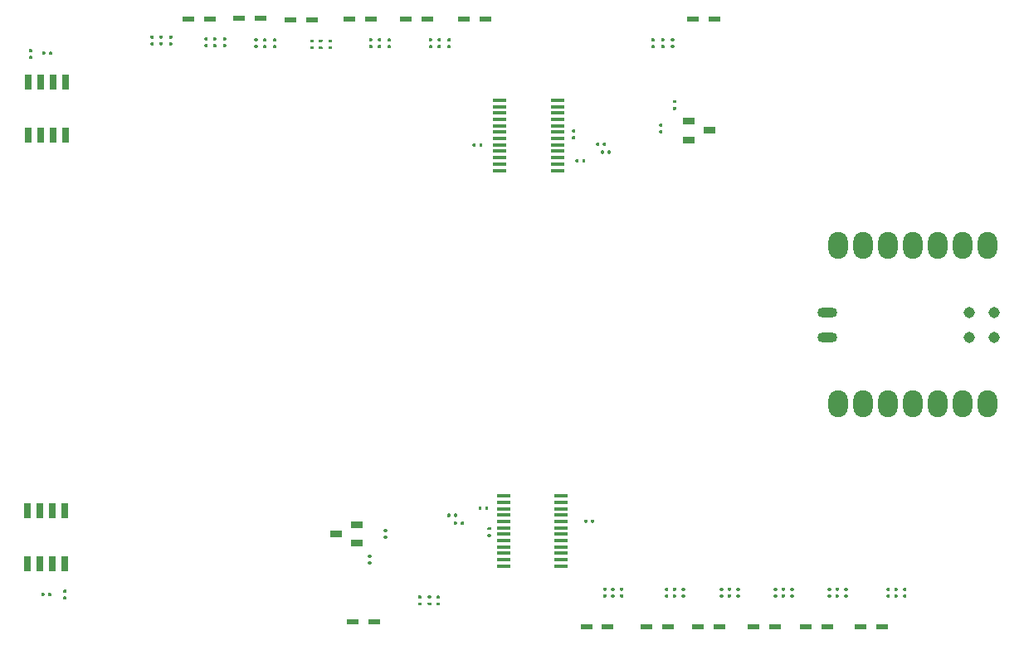
<source format=gbr>
G04 #@! TF.GenerationSoftware,KiCad,Pcbnew,(5.1.10)-1*
G04 #@! TF.CreationDate,2021-08-13T13:47:00+01:00*
G04 #@! TF.ProjectId,DataAqBoardV1.1,44617461-4171-4426-9f61-726456312e31,rev?*
G04 #@! TF.SameCoordinates,Original*
G04 #@! TF.FileFunction,Paste,Top*
G04 #@! TF.FilePolarity,Positive*
%FSLAX46Y46*%
G04 Gerber Fmt 4.6, Leading zero omitted, Abs format (unit mm)*
G04 Created by KiCad (PCBNEW (5.1.10)-1) date 2021-08-13 13:47:00*
%MOMM*%
%LPD*%
G01*
G04 APERTURE LIST*
%ADD10R,1.250000X0.650000*%
%ADD11R,0.650000X1.525000*%
%ADD12R,1.475000X0.450000*%
%ADD13O,1.998980X2.748280*%
%ADD14O,2.032000X1.016000*%
%ADD15C,1.143000*%
%ADD16R,1.250000X0.550000*%
G04 APERTURE END LIST*
G04 #@! TO.C,C1*
G36*
G01*
X165099500Y-77096000D02*
X165300500Y-77096000D01*
G75*
G02*
X165380000Y-77175500I0J-79500D01*
G01*
X165380000Y-77334500D01*
G75*
G02*
X165300500Y-77414000I-79500J0D01*
G01*
X165099500Y-77414000D01*
G75*
G02*
X165020000Y-77334500I0J79500D01*
G01*
X165020000Y-77175500D01*
G75*
G02*
X165099500Y-77096000I79500J0D01*
G01*
G37*
G36*
G01*
X165099500Y-77786000D02*
X165300500Y-77786000D01*
G75*
G02*
X165380000Y-77865500I0J-79500D01*
G01*
X165380000Y-78024500D01*
G75*
G02*
X165300500Y-78104000I-79500J0D01*
G01*
X165099500Y-78104000D01*
G75*
G02*
X165020000Y-78024500I0J79500D01*
G01*
X165020000Y-77865500D01*
G75*
G02*
X165099500Y-77786000I79500J0D01*
G01*
G37*
G04 #@! TD*
G04 #@! TO.C,C2*
G36*
G01*
X163900500Y-79814000D02*
X163699500Y-79814000D01*
G75*
G02*
X163620000Y-79734500I0J79500D01*
G01*
X163620000Y-79575500D01*
G75*
G02*
X163699500Y-79496000I79500J0D01*
G01*
X163900500Y-79496000D01*
G75*
G02*
X163980000Y-79575500I0J-79500D01*
G01*
X163980000Y-79734500D01*
G75*
G02*
X163900500Y-79814000I-79500J0D01*
G01*
G37*
G36*
G01*
X163900500Y-80504000D02*
X163699500Y-80504000D01*
G75*
G02*
X163620000Y-80424500I0J79500D01*
G01*
X163620000Y-80265500D01*
G75*
G02*
X163699500Y-80186000I79500J0D01*
G01*
X163900500Y-80186000D01*
G75*
G02*
X163980000Y-80265500I0J-79500D01*
G01*
X163980000Y-80424500D01*
G75*
G02*
X163900500Y-80504000I-79500J0D01*
G01*
G37*
G04 #@! TD*
G04 #@! TO.C,C3*
G36*
G01*
X102899500Y-127096000D02*
X103100500Y-127096000D01*
G75*
G02*
X103180000Y-127175500I0J-79500D01*
G01*
X103180000Y-127334500D01*
G75*
G02*
X103100500Y-127414000I-79500J0D01*
G01*
X102899500Y-127414000D01*
G75*
G02*
X102820000Y-127334500I0J79500D01*
G01*
X102820000Y-127175500D01*
G75*
G02*
X102899500Y-127096000I79500J0D01*
G01*
G37*
G36*
G01*
X102899500Y-127786000D02*
X103100500Y-127786000D01*
G75*
G02*
X103180000Y-127865500I0J-79500D01*
G01*
X103180000Y-128024500D01*
G75*
G02*
X103100500Y-128104000I-79500J0D01*
G01*
X102899500Y-128104000D01*
G75*
G02*
X102820000Y-128024500I0J79500D01*
G01*
X102820000Y-127865500D01*
G75*
G02*
X102899500Y-127786000I79500J0D01*
G01*
G37*
G04 #@! TD*
G04 #@! TO.C,C4*
G36*
G01*
X99600500Y-72214000D02*
X99399500Y-72214000D01*
G75*
G02*
X99320000Y-72134500I0J79500D01*
G01*
X99320000Y-71975500D01*
G75*
G02*
X99399500Y-71896000I79500J0D01*
G01*
X99600500Y-71896000D01*
G75*
G02*
X99680000Y-71975500I0J-79500D01*
G01*
X99680000Y-72134500D01*
G75*
G02*
X99600500Y-72214000I-79500J0D01*
G01*
G37*
G36*
G01*
X99600500Y-72904000D02*
X99399500Y-72904000D01*
G75*
G02*
X99320000Y-72824500I0J79500D01*
G01*
X99320000Y-72665500D01*
G75*
G02*
X99399500Y-72586000I79500J0D01*
G01*
X99600500Y-72586000D01*
G75*
G02*
X99680000Y-72665500I0J-79500D01*
G01*
X99680000Y-72824500D01*
G75*
G02*
X99600500Y-72904000I-79500J0D01*
G01*
G37*
G04 #@! TD*
G04 #@! TO.C,C5*
G36*
G01*
X158386000Y-82500500D02*
X158386000Y-82299500D01*
G75*
G02*
X158465500Y-82220000I79500J0D01*
G01*
X158624500Y-82220000D01*
G75*
G02*
X158704000Y-82299500I0J-79500D01*
G01*
X158704000Y-82500500D01*
G75*
G02*
X158624500Y-82580000I-79500J0D01*
G01*
X158465500Y-82580000D01*
G75*
G02*
X158386000Y-82500500I0J79500D01*
G01*
G37*
G36*
G01*
X157696000Y-82500500D02*
X157696000Y-82299500D01*
G75*
G02*
X157775500Y-82220000I79500J0D01*
G01*
X157934500Y-82220000D01*
G75*
G02*
X158014000Y-82299500I0J-79500D01*
G01*
X158014000Y-82500500D01*
G75*
G02*
X157934500Y-82580000I-79500J0D01*
G01*
X157775500Y-82580000D01*
G75*
G02*
X157696000Y-82500500I0J79500D01*
G01*
G37*
G04 #@! TD*
G04 #@! TO.C,C6*
G36*
G01*
X157886000Y-81700500D02*
X157886000Y-81499500D01*
G75*
G02*
X157965500Y-81420000I79500J0D01*
G01*
X158124500Y-81420000D01*
G75*
G02*
X158204000Y-81499500I0J-79500D01*
G01*
X158204000Y-81700500D01*
G75*
G02*
X158124500Y-81780000I-79500J0D01*
G01*
X157965500Y-81780000D01*
G75*
G02*
X157886000Y-81700500I0J79500D01*
G01*
G37*
G36*
G01*
X157196000Y-81700500D02*
X157196000Y-81499500D01*
G75*
G02*
X157275500Y-81420000I79500J0D01*
G01*
X157434500Y-81420000D01*
G75*
G02*
X157514000Y-81499500I0J-79500D01*
G01*
X157514000Y-81700500D01*
G75*
G02*
X157434500Y-81780000I-79500J0D01*
G01*
X157275500Y-81780000D01*
G75*
G02*
X157196000Y-81700500I0J79500D01*
G01*
G37*
G04 #@! TD*
G04 #@! TO.C,C7*
G36*
G01*
X163100500Y-71804000D02*
X162899500Y-71804000D01*
G75*
G02*
X162820000Y-71724500I0J79500D01*
G01*
X162820000Y-71565500D01*
G75*
G02*
X162899500Y-71486000I79500J0D01*
G01*
X163100500Y-71486000D01*
G75*
G02*
X163180000Y-71565500I0J-79500D01*
G01*
X163180000Y-71724500D01*
G75*
G02*
X163100500Y-71804000I-79500J0D01*
G01*
G37*
G36*
G01*
X163100500Y-71114000D02*
X162899500Y-71114000D01*
G75*
G02*
X162820000Y-71034500I0J79500D01*
G01*
X162820000Y-70875500D01*
G75*
G02*
X162899500Y-70796000I79500J0D01*
G01*
X163100500Y-70796000D01*
G75*
G02*
X163180000Y-70875500I0J-79500D01*
G01*
X163180000Y-71034500D01*
G75*
G02*
X163100500Y-71114000I-79500J0D01*
G01*
G37*
G04 #@! TD*
G04 #@! TO.C,C8*
G36*
G01*
X117500500Y-71704000D02*
X117299500Y-71704000D01*
G75*
G02*
X117220000Y-71624500I0J79500D01*
G01*
X117220000Y-71465500D01*
G75*
G02*
X117299500Y-71386000I79500J0D01*
G01*
X117500500Y-71386000D01*
G75*
G02*
X117580000Y-71465500I0J-79500D01*
G01*
X117580000Y-71624500D01*
G75*
G02*
X117500500Y-71704000I-79500J0D01*
G01*
G37*
G36*
G01*
X117500500Y-71014000D02*
X117299500Y-71014000D01*
G75*
G02*
X117220000Y-70934500I0J79500D01*
G01*
X117220000Y-70775500D01*
G75*
G02*
X117299500Y-70696000I79500J0D01*
G01*
X117500500Y-70696000D01*
G75*
G02*
X117580000Y-70775500I0J-79500D01*
G01*
X117580000Y-70934500D01*
G75*
G02*
X117500500Y-71014000I-79500J0D01*
G01*
G37*
G04 #@! TD*
G04 #@! TO.C,C9*
G36*
G01*
X122600500Y-71114000D02*
X122399500Y-71114000D01*
G75*
G02*
X122320000Y-71034500I0J79500D01*
G01*
X122320000Y-70875500D01*
G75*
G02*
X122399500Y-70796000I79500J0D01*
G01*
X122600500Y-70796000D01*
G75*
G02*
X122680000Y-70875500I0J-79500D01*
G01*
X122680000Y-71034500D01*
G75*
G02*
X122600500Y-71114000I-79500J0D01*
G01*
G37*
G36*
G01*
X122600500Y-71804000D02*
X122399500Y-71804000D01*
G75*
G02*
X122320000Y-71724500I0J79500D01*
G01*
X122320000Y-71565500D01*
G75*
G02*
X122399500Y-71486000I79500J0D01*
G01*
X122600500Y-71486000D01*
G75*
G02*
X122680000Y-71565500I0J-79500D01*
G01*
X122680000Y-71724500D01*
G75*
G02*
X122600500Y-71804000I-79500J0D01*
G01*
G37*
G04 #@! TD*
G04 #@! TO.C,C10*
G36*
G01*
X128300500Y-71904000D02*
X128099500Y-71904000D01*
G75*
G02*
X128020000Y-71824500I0J79500D01*
G01*
X128020000Y-71665500D01*
G75*
G02*
X128099500Y-71586000I79500J0D01*
G01*
X128300500Y-71586000D01*
G75*
G02*
X128380000Y-71665500I0J-79500D01*
G01*
X128380000Y-71824500D01*
G75*
G02*
X128300500Y-71904000I-79500J0D01*
G01*
G37*
G36*
G01*
X128300500Y-71214000D02*
X128099500Y-71214000D01*
G75*
G02*
X128020000Y-71134500I0J79500D01*
G01*
X128020000Y-70975500D01*
G75*
G02*
X128099500Y-70896000I79500J0D01*
G01*
X128300500Y-70896000D01*
G75*
G02*
X128380000Y-70975500I0J-79500D01*
G01*
X128380000Y-71134500D01*
G75*
G02*
X128300500Y-71214000I-79500J0D01*
G01*
G37*
G04 #@! TD*
G04 #@! TO.C,C11*
G36*
G01*
X134300500Y-71114000D02*
X134099500Y-71114000D01*
G75*
G02*
X134020000Y-71034500I0J79500D01*
G01*
X134020000Y-70875500D01*
G75*
G02*
X134099500Y-70796000I79500J0D01*
G01*
X134300500Y-70796000D01*
G75*
G02*
X134380000Y-70875500I0J-79500D01*
G01*
X134380000Y-71034500D01*
G75*
G02*
X134300500Y-71114000I-79500J0D01*
G01*
G37*
G36*
G01*
X134300500Y-71804000D02*
X134099500Y-71804000D01*
G75*
G02*
X134020000Y-71724500I0J79500D01*
G01*
X134020000Y-71565500D01*
G75*
G02*
X134099500Y-71486000I79500J0D01*
G01*
X134300500Y-71486000D01*
G75*
G02*
X134380000Y-71565500I0J-79500D01*
G01*
X134380000Y-71724500D01*
G75*
G02*
X134300500Y-71804000I-79500J0D01*
G01*
G37*
G04 #@! TD*
G04 #@! TO.C,C12*
G36*
G01*
X140400500Y-71804000D02*
X140199500Y-71804000D01*
G75*
G02*
X140120000Y-71724500I0J79500D01*
G01*
X140120000Y-71565500D01*
G75*
G02*
X140199500Y-71486000I79500J0D01*
G01*
X140400500Y-71486000D01*
G75*
G02*
X140480000Y-71565500I0J-79500D01*
G01*
X140480000Y-71724500D01*
G75*
G02*
X140400500Y-71804000I-79500J0D01*
G01*
G37*
G36*
G01*
X140400500Y-71114000D02*
X140199500Y-71114000D01*
G75*
G02*
X140120000Y-71034500I0J79500D01*
G01*
X140120000Y-70875500D01*
G75*
G02*
X140199500Y-70796000I79500J0D01*
G01*
X140400500Y-70796000D01*
G75*
G02*
X140480000Y-70875500I0J-79500D01*
G01*
X140480000Y-71034500D01*
G75*
G02*
X140400500Y-71114000I-79500J0D01*
G01*
G37*
G04 #@! TD*
G04 #@! TO.C,C13*
G36*
G01*
X112000500Y-70814000D02*
X111799500Y-70814000D01*
G75*
G02*
X111720000Y-70734500I0J79500D01*
G01*
X111720000Y-70575500D01*
G75*
G02*
X111799500Y-70496000I79500J0D01*
G01*
X112000500Y-70496000D01*
G75*
G02*
X112080000Y-70575500I0J-79500D01*
G01*
X112080000Y-70734500D01*
G75*
G02*
X112000500Y-70814000I-79500J0D01*
G01*
G37*
G36*
G01*
X112000500Y-71504000D02*
X111799500Y-71504000D01*
G75*
G02*
X111720000Y-71424500I0J79500D01*
G01*
X111720000Y-71265500D01*
G75*
G02*
X111799500Y-71186000I79500J0D01*
G01*
X112000500Y-71186000D01*
G75*
G02*
X112080000Y-71265500I0J-79500D01*
G01*
X112080000Y-71424500D01*
G75*
G02*
X112000500Y-71504000I-79500J0D01*
G01*
G37*
G04 #@! TD*
G04 #@! TO.C,C14*
G36*
G01*
X143004000Y-119399500D02*
X143004000Y-119600500D01*
G75*
G02*
X142924500Y-119680000I-79500J0D01*
G01*
X142765500Y-119680000D01*
G75*
G02*
X142686000Y-119600500I0J79500D01*
G01*
X142686000Y-119399500D01*
G75*
G02*
X142765500Y-119320000I79500J0D01*
G01*
X142924500Y-119320000D01*
G75*
G02*
X143004000Y-119399500I0J-79500D01*
G01*
G37*
G36*
G01*
X142314000Y-119399500D02*
X142314000Y-119600500D01*
G75*
G02*
X142234500Y-119680000I-79500J0D01*
G01*
X142075500Y-119680000D01*
G75*
G02*
X141996000Y-119600500I0J79500D01*
G01*
X141996000Y-119399500D01*
G75*
G02*
X142075500Y-119320000I79500J0D01*
G01*
X142234500Y-119320000D01*
G75*
G02*
X142314000Y-119399500I0J-79500D01*
G01*
G37*
G04 #@! TD*
G04 #@! TO.C,C15*
G36*
G01*
X143704000Y-120199500D02*
X143704000Y-120400500D01*
G75*
G02*
X143624500Y-120480000I-79500J0D01*
G01*
X143465500Y-120480000D01*
G75*
G02*
X143386000Y-120400500I0J79500D01*
G01*
X143386000Y-120199500D01*
G75*
G02*
X143465500Y-120120000I79500J0D01*
G01*
X143624500Y-120120000D01*
G75*
G02*
X143704000Y-120199500I0J-79500D01*
G01*
G37*
G36*
G01*
X143014000Y-120199500D02*
X143014000Y-120400500D01*
G75*
G02*
X142934500Y-120480000I-79500J0D01*
G01*
X142775500Y-120480000D01*
G75*
G02*
X142696000Y-120400500I0J79500D01*
G01*
X142696000Y-120199500D01*
G75*
G02*
X142775500Y-120120000I79500J0D01*
G01*
X142934500Y-120120000D01*
G75*
G02*
X143014000Y-120199500I0J-79500D01*
G01*
G37*
G04 #@! TD*
G04 #@! TO.C,C16*
G36*
G01*
X140999500Y-127696000D02*
X141200500Y-127696000D01*
G75*
G02*
X141280000Y-127775500I0J-79500D01*
G01*
X141280000Y-127934500D01*
G75*
G02*
X141200500Y-128014000I-79500J0D01*
G01*
X140999500Y-128014000D01*
G75*
G02*
X140920000Y-127934500I0J79500D01*
G01*
X140920000Y-127775500D01*
G75*
G02*
X140999500Y-127696000I79500J0D01*
G01*
G37*
G36*
G01*
X140999500Y-128386000D02*
X141200500Y-128386000D01*
G75*
G02*
X141280000Y-128465500I0J-79500D01*
G01*
X141280000Y-128624500D01*
G75*
G02*
X141200500Y-128704000I-79500J0D01*
G01*
X140999500Y-128704000D01*
G75*
G02*
X140920000Y-128624500I0J79500D01*
G01*
X140920000Y-128465500D01*
G75*
G02*
X140999500Y-128386000I79500J0D01*
G01*
G37*
G04 #@! TD*
G04 #@! TO.C,C17*
G36*
G01*
X180899500Y-126896000D02*
X181100500Y-126896000D01*
G75*
G02*
X181180000Y-126975500I0J-79500D01*
G01*
X181180000Y-127134500D01*
G75*
G02*
X181100500Y-127214000I-79500J0D01*
G01*
X180899500Y-127214000D01*
G75*
G02*
X180820000Y-127134500I0J79500D01*
G01*
X180820000Y-126975500D01*
G75*
G02*
X180899500Y-126896000I79500J0D01*
G01*
G37*
G36*
G01*
X180899500Y-127586000D02*
X181100500Y-127586000D01*
G75*
G02*
X181180000Y-127665500I0J-79500D01*
G01*
X181180000Y-127824500D01*
G75*
G02*
X181100500Y-127904000I-79500J0D01*
G01*
X180899500Y-127904000D01*
G75*
G02*
X180820000Y-127824500I0J79500D01*
G01*
X180820000Y-127665500D01*
G75*
G02*
X180899500Y-127586000I79500J0D01*
G01*
G37*
G04 #@! TD*
G04 #@! TO.C,C18*
G36*
G01*
X175399500Y-126896000D02*
X175600500Y-126896000D01*
G75*
G02*
X175680000Y-126975500I0J-79500D01*
G01*
X175680000Y-127134500D01*
G75*
G02*
X175600500Y-127214000I-79500J0D01*
G01*
X175399500Y-127214000D01*
G75*
G02*
X175320000Y-127134500I0J79500D01*
G01*
X175320000Y-126975500D01*
G75*
G02*
X175399500Y-126896000I79500J0D01*
G01*
G37*
G36*
G01*
X175399500Y-127586000D02*
X175600500Y-127586000D01*
G75*
G02*
X175680000Y-127665500I0J-79500D01*
G01*
X175680000Y-127824500D01*
G75*
G02*
X175600500Y-127904000I-79500J0D01*
G01*
X175399500Y-127904000D01*
G75*
G02*
X175320000Y-127824500I0J79500D01*
G01*
X175320000Y-127665500D01*
G75*
G02*
X175399500Y-127586000I79500J0D01*
G01*
G37*
G04 #@! TD*
G04 #@! TO.C,C19*
G36*
G01*
X169899500Y-127586000D02*
X170100500Y-127586000D01*
G75*
G02*
X170180000Y-127665500I0J-79500D01*
G01*
X170180000Y-127824500D01*
G75*
G02*
X170100500Y-127904000I-79500J0D01*
G01*
X169899500Y-127904000D01*
G75*
G02*
X169820000Y-127824500I0J79500D01*
G01*
X169820000Y-127665500D01*
G75*
G02*
X169899500Y-127586000I79500J0D01*
G01*
G37*
G36*
G01*
X169899500Y-126896000D02*
X170100500Y-126896000D01*
G75*
G02*
X170180000Y-126975500I0J-79500D01*
G01*
X170180000Y-127134500D01*
G75*
G02*
X170100500Y-127214000I-79500J0D01*
G01*
X169899500Y-127214000D01*
G75*
G02*
X169820000Y-127134500I0J79500D01*
G01*
X169820000Y-126975500D01*
G75*
G02*
X169899500Y-126896000I79500J0D01*
G01*
G37*
G04 #@! TD*
G04 #@! TO.C,C20*
G36*
G01*
X164299500Y-127586000D02*
X164500500Y-127586000D01*
G75*
G02*
X164580000Y-127665500I0J-79500D01*
G01*
X164580000Y-127824500D01*
G75*
G02*
X164500500Y-127904000I-79500J0D01*
G01*
X164299500Y-127904000D01*
G75*
G02*
X164220000Y-127824500I0J79500D01*
G01*
X164220000Y-127665500D01*
G75*
G02*
X164299500Y-127586000I79500J0D01*
G01*
G37*
G36*
G01*
X164299500Y-126896000D02*
X164500500Y-126896000D01*
G75*
G02*
X164580000Y-126975500I0J-79500D01*
G01*
X164580000Y-127134500D01*
G75*
G02*
X164500500Y-127214000I-79500J0D01*
G01*
X164299500Y-127214000D01*
G75*
G02*
X164220000Y-127134500I0J79500D01*
G01*
X164220000Y-126975500D01*
G75*
G02*
X164299500Y-126896000I79500J0D01*
G01*
G37*
G04 #@! TD*
G04 #@! TO.C,C21*
G36*
G01*
X157999500Y-127586000D02*
X158200500Y-127586000D01*
G75*
G02*
X158280000Y-127665500I0J-79500D01*
G01*
X158280000Y-127824500D01*
G75*
G02*
X158200500Y-127904000I-79500J0D01*
G01*
X157999500Y-127904000D01*
G75*
G02*
X157920000Y-127824500I0J79500D01*
G01*
X157920000Y-127665500D01*
G75*
G02*
X157999500Y-127586000I79500J0D01*
G01*
G37*
G36*
G01*
X157999500Y-126896000D02*
X158200500Y-126896000D01*
G75*
G02*
X158280000Y-126975500I0J-79500D01*
G01*
X158280000Y-127134500D01*
G75*
G02*
X158200500Y-127214000I-79500J0D01*
G01*
X157999500Y-127214000D01*
G75*
G02*
X157920000Y-127134500I0J79500D01*
G01*
X157920000Y-126975500D01*
G75*
G02*
X157999500Y-126896000I79500J0D01*
G01*
G37*
G04 #@! TD*
G04 #@! TO.C,C22*
G36*
G01*
X186899500Y-127586000D02*
X187100500Y-127586000D01*
G75*
G02*
X187180000Y-127665500I0J-79500D01*
G01*
X187180000Y-127824500D01*
G75*
G02*
X187100500Y-127904000I-79500J0D01*
G01*
X186899500Y-127904000D01*
G75*
G02*
X186820000Y-127824500I0J79500D01*
G01*
X186820000Y-127665500D01*
G75*
G02*
X186899500Y-127586000I79500J0D01*
G01*
G37*
G36*
G01*
X186899500Y-126896000D02*
X187100500Y-126896000D01*
G75*
G02*
X187180000Y-126975500I0J-79500D01*
G01*
X187180000Y-127134500D01*
G75*
G02*
X187100500Y-127214000I-79500J0D01*
G01*
X186899500Y-127214000D01*
G75*
G02*
X186820000Y-127134500I0J79500D01*
G01*
X186820000Y-126975500D01*
G75*
G02*
X186899500Y-126896000I79500J0D01*
G01*
G37*
G04 #@! TD*
D10*
G04 #@! TO.C,IC1*
X166650000Y-79240000D03*
X166650000Y-81160000D03*
X168750000Y-80200000D03*
G04 #@! TD*
D11*
G04 #@! TO.C,IC2*
X99195000Y-124412000D03*
X100465000Y-124412000D03*
X101735000Y-124412000D03*
X103005000Y-124412000D03*
X103005000Y-118988000D03*
X101735000Y-118988000D03*
X100465000Y-118988000D03*
X99195000Y-118988000D03*
G04 #@! TD*
G04 #@! TO.C,IC3*
X103105000Y-80712000D03*
X101835000Y-80712000D03*
X100565000Y-80712000D03*
X99295000Y-80712000D03*
X99295000Y-75288000D03*
X100565000Y-75288000D03*
X101835000Y-75288000D03*
X103105000Y-75288000D03*
G04 #@! TD*
D12*
G04 #@! TO.C,IC4*
X153238000Y-77125000D03*
X153238000Y-77775000D03*
X153238000Y-78425000D03*
X153238000Y-79075000D03*
X153238000Y-79725000D03*
X153238000Y-80375000D03*
X153238000Y-81025000D03*
X153238000Y-81675000D03*
X153238000Y-82325000D03*
X153238000Y-82975000D03*
X153238000Y-83625000D03*
X153238000Y-84275000D03*
X147362000Y-84275000D03*
X147362000Y-83625000D03*
X147362000Y-82975000D03*
X147362000Y-82325000D03*
X147362000Y-81675000D03*
X147362000Y-81025000D03*
X147362000Y-80375000D03*
X147362000Y-79725000D03*
X147362000Y-79075000D03*
X147362000Y-78425000D03*
X147362000Y-77775000D03*
X147362000Y-77125000D03*
G04 #@! TD*
G04 #@! TO.C,IC5*
X153638000Y-124675000D03*
X153638000Y-124025000D03*
X153638000Y-123375000D03*
X153638000Y-122725000D03*
X153638000Y-122075000D03*
X153638000Y-121425000D03*
X153638000Y-120775000D03*
X153638000Y-120125000D03*
X153638000Y-119475000D03*
X153638000Y-118825000D03*
X153638000Y-118175000D03*
X153638000Y-117525000D03*
X147762000Y-117525000D03*
X147762000Y-118175000D03*
X147762000Y-118825000D03*
X147762000Y-119475000D03*
X147762000Y-120125000D03*
X147762000Y-120775000D03*
X147762000Y-121425000D03*
X147762000Y-122075000D03*
X147762000Y-122725000D03*
X147762000Y-123375000D03*
X147762000Y-124025000D03*
X147762000Y-124675000D03*
G04 #@! TD*
G04 #@! TO.C,R1*
G36*
G01*
X155096000Y-83400500D02*
X155096000Y-83199500D01*
G75*
G02*
X155175500Y-83120000I79500J0D01*
G01*
X155334500Y-83120000D01*
G75*
G02*
X155414000Y-83199500I0J-79500D01*
G01*
X155414000Y-83400500D01*
G75*
G02*
X155334500Y-83480000I-79500J0D01*
G01*
X155175500Y-83480000D01*
G75*
G02*
X155096000Y-83400500I0J79500D01*
G01*
G37*
G36*
G01*
X155786000Y-83400500D02*
X155786000Y-83199500D01*
G75*
G02*
X155865500Y-83120000I79500J0D01*
G01*
X156024500Y-83120000D01*
G75*
G02*
X156104000Y-83199500I0J-79500D01*
G01*
X156104000Y-83400500D01*
G75*
G02*
X156024500Y-83480000I-79500J0D01*
G01*
X155865500Y-83480000D01*
G75*
G02*
X155786000Y-83400500I0J79500D01*
G01*
G37*
G04 #@! TD*
G04 #@! TO.C,R2*
G36*
G01*
X164100500Y-71114000D02*
X163899500Y-71114000D01*
G75*
G02*
X163820000Y-71034500I0J79500D01*
G01*
X163820000Y-70875500D01*
G75*
G02*
X163899500Y-70796000I79500J0D01*
G01*
X164100500Y-70796000D01*
G75*
G02*
X164180000Y-70875500I0J-79500D01*
G01*
X164180000Y-71034500D01*
G75*
G02*
X164100500Y-71114000I-79500J0D01*
G01*
G37*
G36*
G01*
X164100500Y-71804000D02*
X163899500Y-71804000D01*
G75*
G02*
X163820000Y-71724500I0J79500D01*
G01*
X163820000Y-71565500D01*
G75*
G02*
X163899500Y-71486000I79500J0D01*
G01*
X164100500Y-71486000D01*
G75*
G02*
X164180000Y-71565500I0J-79500D01*
G01*
X164180000Y-71724500D01*
G75*
G02*
X164100500Y-71804000I-79500J0D01*
G01*
G37*
G04 #@! TD*
G04 #@! TO.C,R3*
G36*
G01*
X164899500Y-71486000D02*
X165100500Y-71486000D01*
G75*
G02*
X165180000Y-71565500I0J-79500D01*
G01*
X165180000Y-71724500D01*
G75*
G02*
X165100500Y-71804000I-79500J0D01*
G01*
X164899500Y-71804000D01*
G75*
G02*
X164820000Y-71724500I0J79500D01*
G01*
X164820000Y-71565500D01*
G75*
G02*
X164899500Y-71486000I79500J0D01*
G01*
G37*
G36*
G01*
X164899500Y-70796000D02*
X165100500Y-70796000D01*
G75*
G02*
X165180000Y-70875500I0J-79500D01*
G01*
X165180000Y-71034500D01*
G75*
G02*
X165100500Y-71114000I-79500J0D01*
G01*
X164899500Y-71114000D01*
G75*
G02*
X164820000Y-71034500I0J79500D01*
G01*
X164820000Y-70875500D01*
G75*
G02*
X164899500Y-70796000I79500J0D01*
G01*
G37*
G04 #@! TD*
G04 #@! TO.C,R4*
G36*
G01*
X119199500Y-71386000D02*
X119400500Y-71386000D01*
G75*
G02*
X119480000Y-71465500I0J-79500D01*
G01*
X119480000Y-71624500D01*
G75*
G02*
X119400500Y-71704000I-79500J0D01*
G01*
X119199500Y-71704000D01*
G75*
G02*
X119120000Y-71624500I0J79500D01*
G01*
X119120000Y-71465500D01*
G75*
G02*
X119199500Y-71386000I79500J0D01*
G01*
G37*
G36*
G01*
X119199500Y-70696000D02*
X119400500Y-70696000D01*
G75*
G02*
X119480000Y-70775500I0J-79500D01*
G01*
X119480000Y-70934500D01*
G75*
G02*
X119400500Y-71014000I-79500J0D01*
G01*
X119199500Y-71014000D01*
G75*
G02*
X119120000Y-70934500I0J79500D01*
G01*
X119120000Y-70775500D01*
G75*
G02*
X119199500Y-70696000I79500J0D01*
G01*
G37*
G04 #@! TD*
G04 #@! TO.C,R5*
G36*
G01*
X118400500Y-71704000D02*
X118199500Y-71704000D01*
G75*
G02*
X118120000Y-71624500I0J79500D01*
G01*
X118120000Y-71465500D01*
G75*
G02*
X118199500Y-71386000I79500J0D01*
G01*
X118400500Y-71386000D01*
G75*
G02*
X118480000Y-71465500I0J-79500D01*
G01*
X118480000Y-71624500D01*
G75*
G02*
X118400500Y-71704000I-79500J0D01*
G01*
G37*
G36*
G01*
X118400500Y-71014000D02*
X118199500Y-71014000D01*
G75*
G02*
X118120000Y-70934500I0J79500D01*
G01*
X118120000Y-70775500D01*
G75*
G02*
X118199500Y-70696000I79500J0D01*
G01*
X118400500Y-70696000D01*
G75*
G02*
X118480000Y-70775500I0J-79500D01*
G01*
X118480000Y-70934500D01*
G75*
G02*
X118400500Y-71014000I-79500J0D01*
G01*
G37*
G04 #@! TD*
G04 #@! TO.C,R6*
G36*
G01*
X124299500Y-70796000D02*
X124500500Y-70796000D01*
G75*
G02*
X124580000Y-70875500I0J-79500D01*
G01*
X124580000Y-71034500D01*
G75*
G02*
X124500500Y-71114000I-79500J0D01*
G01*
X124299500Y-71114000D01*
G75*
G02*
X124220000Y-71034500I0J79500D01*
G01*
X124220000Y-70875500D01*
G75*
G02*
X124299500Y-70796000I79500J0D01*
G01*
G37*
G36*
G01*
X124299500Y-71486000D02*
X124500500Y-71486000D01*
G75*
G02*
X124580000Y-71565500I0J-79500D01*
G01*
X124580000Y-71724500D01*
G75*
G02*
X124500500Y-71804000I-79500J0D01*
G01*
X124299500Y-71804000D01*
G75*
G02*
X124220000Y-71724500I0J79500D01*
G01*
X124220000Y-71565500D01*
G75*
G02*
X124299500Y-71486000I79500J0D01*
G01*
G37*
G04 #@! TD*
G04 #@! TO.C,R7*
G36*
G01*
X123500500Y-71804000D02*
X123299500Y-71804000D01*
G75*
G02*
X123220000Y-71724500I0J79500D01*
G01*
X123220000Y-71565500D01*
G75*
G02*
X123299500Y-71486000I79500J0D01*
G01*
X123500500Y-71486000D01*
G75*
G02*
X123580000Y-71565500I0J-79500D01*
G01*
X123580000Y-71724500D01*
G75*
G02*
X123500500Y-71804000I-79500J0D01*
G01*
G37*
G36*
G01*
X123500500Y-71114000D02*
X123299500Y-71114000D01*
G75*
G02*
X123220000Y-71034500I0J79500D01*
G01*
X123220000Y-70875500D01*
G75*
G02*
X123299500Y-70796000I79500J0D01*
G01*
X123500500Y-70796000D01*
G75*
G02*
X123580000Y-70875500I0J-79500D01*
G01*
X123580000Y-71034500D01*
G75*
G02*
X123500500Y-71114000I-79500J0D01*
G01*
G37*
G04 #@! TD*
G04 #@! TO.C,R8*
G36*
G01*
X129999500Y-70896000D02*
X130200500Y-70896000D01*
G75*
G02*
X130280000Y-70975500I0J-79500D01*
G01*
X130280000Y-71134500D01*
G75*
G02*
X130200500Y-71214000I-79500J0D01*
G01*
X129999500Y-71214000D01*
G75*
G02*
X129920000Y-71134500I0J79500D01*
G01*
X129920000Y-70975500D01*
G75*
G02*
X129999500Y-70896000I79500J0D01*
G01*
G37*
G36*
G01*
X129999500Y-71586000D02*
X130200500Y-71586000D01*
G75*
G02*
X130280000Y-71665500I0J-79500D01*
G01*
X130280000Y-71824500D01*
G75*
G02*
X130200500Y-71904000I-79500J0D01*
G01*
X129999500Y-71904000D01*
G75*
G02*
X129920000Y-71824500I0J79500D01*
G01*
X129920000Y-71665500D01*
G75*
G02*
X129999500Y-71586000I79500J0D01*
G01*
G37*
G04 #@! TD*
G04 #@! TO.C,R9*
G36*
G01*
X129200500Y-71214000D02*
X128999500Y-71214000D01*
G75*
G02*
X128920000Y-71134500I0J79500D01*
G01*
X128920000Y-70975500D01*
G75*
G02*
X128999500Y-70896000I79500J0D01*
G01*
X129200500Y-70896000D01*
G75*
G02*
X129280000Y-70975500I0J-79500D01*
G01*
X129280000Y-71134500D01*
G75*
G02*
X129200500Y-71214000I-79500J0D01*
G01*
G37*
G36*
G01*
X129200500Y-71904000D02*
X128999500Y-71904000D01*
G75*
G02*
X128920000Y-71824500I0J79500D01*
G01*
X128920000Y-71665500D01*
G75*
G02*
X128999500Y-71586000I79500J0D01*
G01*
X129200500Y-71586000D01*
G75*
G02*
X129280000Y-71665500I0J-79500D01*
G01*
X129280000Y-71824500D01*
G75*
G02*
X129200500Y-71904000I-79500J0D01*
G01*
G37*
G04 #@! TD*
G04 #@! TO.C,R10*
G36*
G01*
X135999500Y-70796000D02*
X136200500Y-70796000D01*
G75*
G02*
X136280000Y-70875500I0J-79500D01*
G01*
X136280000Y-71034500D01*
G75*
G02*
X136200500Y-71114000I-79500J0D01*
G01*
X135999500Y-71114000D01*
G75*
G02*
X135920000Y-71034500I0J79500D01*
G01*
X135920000Y-70875500D01*
G75*
G02*
X135999500Y-70796000I79500J0D01*
G01*
G37*
G36*
G01*
X135999500Y-71486000D02*
X136200500Y-71486000D01*
G75*
G02*
X136280000Y-71565500I0J-79500D01*
G01*
X136280000Y-71724500D01*
G75*
G02*
X136200500Y-71804000I-79500J0D01*
G01*
X135999500Y-71804000D01*
G75*
G02*
X135920000Y-71724500I0J79500D01*
G01*
X135920000Y-71565500D01*
G75*
G02*
X135999500Y-71486000I79500J0D01*
G01*
G37*
G04 #@! TD*
G04 #@! TO.C,R11*
G36*
G01*
X135200500Y-71114000D02*
X134999500Y-71114000D01*
G75*
G02*
X134920000Y-71034500I0J79500D01*
G01*
X134920000Y-70875500D01*
G75*
G02*
X134999500Y-70796000I79500J0D01*
G01*
X135200500Y-70796000D01*
G75*
G02*
X135280000Y-70875500I0J-79500D01*
G01*
X135280000Y-71034500D01*
G75*
G02*
X135200500Y-71114000I-79500J0D01*
G01*
G37*
G36*
G01*
X135200500Y-71804000D02*
X134999500Y-71804000D01*
G75*
G02*
X134920000Y-71724500I0J79500D01*
G01*
X134920000Y-71565500D01*
G75*
G02*
X134999500Y-71486000I79500J0D01*
G01*
X135200500Y-71486000D01*
G75*
G02*
X135280000Y-71565500I0J-79500D01*
G01*
X135280000Y-71724500D01*
G75*
G02*
X135200500Y-71804000I-79500J0D01*
G01*
G37*
G04 #@! TD*
G04 #@! TO.C,R12*
G36*
G01*
X142099500Y-71486000D02*
X142300500Y-71486000D01*
G75*
G02*
X142380000Y-71565500I0J-79500D01*
G01*
X142380000Y-71724500D01*
G75*
G02*
X142300500Y-71804000I-79500J0D01*
G01*
X142099500Y-71804000D01*
G75*
G02*
X142020000Y-71724500I0J79500D01*
G01*
X142020000Y-71565500D01*
G75*
G02*
X142099500Y-71486000I79500J0D01*
G01*
G37*
G36*
G01*
X142099500Y-70796000D02*
X142300500Y-70796000D01*
G75*
G02*
X142380000Y-70875500I0J-79500D01*
G01*
X142380000Y-71034500D01*
G75*
G02*
X142300500Y-71114000I-79500J0D01*
G01*
X142099500Y-71114000D01*
G75*
G02*
X142020000Y-71034500I0J79500D01*
G01*
X142020000Y-70875500D01*
G75*
G02*
X142099500Y-70796000I79500J0D01*
G01*
G37*
G04 #@! TD*
G04 #@! TO.C,R13*
G36*
G01*
X141300500Y-71114000D02*
X141099500Y-71114000D01*
G75*
G02*
X141020000Y-71034500I0J79500D01*
G01*
X141020000Y-70875500D01*
G75*
G02*
X141099500Y-70796000I79500J0D01*
G01*
X141300500Y-70796000D01*
G75*
G02*
X141380000Y-70875500I0J-79500D01*
G01*
X141380000Y-71034500D01*
G75*
G02*
X141300500Y-71114000I-79500J0D01*
G01*
G37*
G36*
G01*
X141300500Y-71804000D02*
X141099500Y-71804000D01*
G75*
G02*
X141020000Y-71724500I0J79500D01*
G01*
X141020000Y-71565500D01*
G75*
G02*
X141099500Y-71486000I79500J0D01*
G01*
X141300500Y-71486000D01*
G75*
G02*
X141380000Y-71565500I0J-79500D01*
G01*
X141380000Y-71724500D01*
G75*
G02*
X141300500Y-71804000I-79500J0D01*
G01*
G37*
G04 #@! TD*
G04 #@! TO.C,R14*
G36*
G01*
X113699500Y-70496000D02*
X113900500Y-70496000D01*
G75*
G02*
X113980000Y-70575500I0J-79500D01*
G01*
X113980000Y-70734500D01*
G75*
G02*
X113900500Y-70814000I-79500J0D01*
G01*
X113699500Y-70814000D01*
G75*
G02*
X113620000Y-70734500I0J79500D01*
G01*
X113620000Y-70575500D01*
G75*
G02*
X113699500Y-70496000I79500J0D01*
G01*
G37*
G36*
G01*
X113699500Y-71186000D02*
X113900500Y-71186000D01*
G75*
G02*
X113980000Y-71265500I0J-79500D01*
G01*
X113980000Y-71424500D01*
G75*
G02*
X113900500Y-71504000I-79500J0D01*
G01*
X113699500Y-71504000D01*
G75*
G02*
X113620000Y-71424500I0J79500D01*
G01*
X113620000Y-71265500D01*
G75*
G02*
X113699500Y-71186000I79500J0D01*
G01*
G37*
G04 #@! TD*
G04 #@! TO.C,R15*
G36*
G01*
X112900500Y-71504000D02*
X112699500Y-71504000D01*
G75*
G02*
X112620000Y-71424500I0J79500D01*
G01*
X112620000Y-71265500D01*
G75*
G02*
X112699500Y-71186000I79500J0D01*
G01*
X112900500Y-71186000D01*
G75*
G02*
X112980000Y-71265500I0J-79500D01*
G01*
X112980000Y-71424500D01*
G75*
G02*
X112900500Y-71504000I-79500J0D01*
G01*
G37*
G36*
G01*
X112900500Y-70814000D02*
X112699500Y-70814000D01*
G75*
G02*
X112620000Y-70734500I0J79500D01*
G01*
X112620000Y-70575500D01*
G75*
G02*
X112699500Y-70496000I79500J0D01*
G01*
X112900500Y-70496000D01*
G75*
G02*
X112980000Y-70575500I0J-79500D01*
G01*
X112980000Y-70734500D01*
G75*
G02*
X112900500Y-70814000I-79500J0D01*
G01*
G37*
G04 #@! TD*
G04 #@! TO.C,R16*
G36*
G01*
X146204000Y-118699500D02*
X146204000Y-118900500D01*
G75*
G02*
X146124500Y-118980000I-79500J0D01*
G01*
X145965500Y-118980000D01*
G75*
G02*
X145886000Y-118900500I0J79500D01*
G01*
X145886000Y-118699500D01*
G75*
G02*
X145965500Y-118620000I79500J0D01*
G01*
X146124500Y-118620000D01*
G75*
G02*
X146204000Y-118699500I0J-79500D01*
G01*
G37*
G36*
G01*
X145514000Y-118699500D02*
X145514000Y-118900500D01*
G75*
G02*
X145434500Y-118980000I-79500J0D01*
G01*
X145275500Y-118980000D01*
G75*
G02*
X145196000Y-118900500I0J79500D01*
G01*
X145196000Y-118699500D01*
G75*
G02*
X145275500Y-118620000I79500J0D01*
G01*
X145434500Y-118620000D01*
G75*
G02*
X145514000Y-118699500I0J-79500D01*
G01*
G37*
G04 #@! TD*
G04 #@! TO.C,R17*
G36*
G01*
X140099500Y-128386000D02*
X140300500Y-128386000D01*
G75*
G02*
X140380000Y-128465500I0J-79500D01*
G01*
X140380000Y-128624500D01*
G75*
G02*
X140300500Y-128704000I-79500J0D01*
G01*
X140099500Y-128704000D01*
G75*
G02*
X140020000Y-128624500I0J79500D01*
G01*
X140020000Y-128465500D01*
G75*
G02*
X140099500Y-128386000I79500J0D01*
G01*
G37*
G36*
G01*
X140099500Y-127696000D02*
X140300500Y-127696000D01*
G75*
G02*
X140380000Y-127775500I0J-79500D01*
G01*
X140380000Y-127934500D01*
G75*
G02*
X140300500Y-128014000I-79500J0D01*
G01*
X140099500Y-128014000D01*
G75*
G02*
X140020000Y-127934500I0J79500D01*
G01*
X140020000Y-127775500D01*
G75*
G02*
X140099500Y-127696000I79500J0D01*
G01*
G37*
G04 #@! TD*
G04 #@! TO.C,R18*
G36*
G01*
X139300500Y-128014000D02*
X139099500Y-128014000D01*
G75*
G02*
X139020000Y-127934500I0J79500D01*
G01*
X139020000Y-127775500D01*
G75*
G02*
X139099500Y-127696000I79500J0D01*
G01*
X139300500Y-127696000D01*
G75*
G02*
X139380000Y-127775500I0J-79500D01*
G01*
X139380000Y-127934500D01*
G75*
G02*
X139300500Y-128014000I-79500J0D01*
G01*
G37*
G36*
G01*
X139300500Y-128704000D02*
X139099500Y-128704000D01*
G75*
G02*
X139020000Y-128624500I0J79500D01*
G01*
X139020000Y-128465500D01*
G75*
G02*
X139099500Y-128386000I79500J0D01*
G01*
X139300500Y-128386000D01*
G75*
G02*
X139380000Y-128465500I0J-79500D01*
G01*
X139380000Y-128624500D01*
G75*
G02*
X139300500Y-128704000I-79500J0D01*
G01*
G37*
G04 #@! TD*
G04 #@! TO.C,R19*
G36*
G01*
X182800500Y-127214000D02*
X182599500Y-127214000D01*
G75*
G02*
X182520000Y-127134500I0J79500D01*
G01*
X182520000Y-126975500D01*
G75*
G02*
X182599500Y-126896000I79500J0D01*
G01*
X182800500Y-126896000D01*
G75*
G02*
X182880000Y-126975500I0J-79500D01*
G01*
X182880000Y-127134500D01*
G75*
G02*
X182800500Y-127214000I-79500J0D01*
G01*
G37*
G36*
G01*
X182800500Y-127904000D02*
X182599500Y-127904000D01*
G75*
G02*
X182520000Y-127824500I0J79500D01*
G01*
X182520000Y-127665500D01*
G75*
G02*
X182599500Y-127586000I79500J0D01*
G01*
X182800500Y-127586000D01*
G75*
G02*
X182880000Y-127665500I0J-79500D01*
G01*
X182880000Y-127824500D01*
G75*
G02*
X182800500Y-127904000I-79500J0D01*
G01*
G37*
G04 #@! TD*
G04 #@! TO.C,R20*
G36*
G01*
X181699500Y-126896000D02*
X181900500Y-126896000D01*
G75*
G02*
X181980000Y-126975500I0J-79500D01*
G01*
X181980000Y-127134500D01*
G75*
G02*
X181900500Y-127214000I-79500J0D01*
G01*
X181699500Y-127214000D01*
G75*
G02*
X181620000Y-127134500I0J79500D01*
G01*
X181620000Y-126975500D01*
G75*
G02*
X181699500Y-126896000I79500J0D01*
G01*
G37*
G36*
G01*
X181699500Y-127586000D02*
X181900500Y-127586000D01*
G75*
G02*
X181980000Y-127665500I0J-79500D01*
G01*
X181980000Y-127824500D01*
G75*
G02*
X181900500Y-127904000I-79500J0D01*
G01*
X181699500Y-127904000D01*
G75*
G02*
X181620000Y-127824500I0J79500D01*
G01*
X181620000Y-127665500D01*
G75*
G02*
X181699500Y-127586000I79500J0D01*
G01*
G37*
G04 #@! TD*
G04 #@! TO.C,R21*
G36*
G01*
X177300500Y-127904000D02*
X177099500Y-127904000D01*
G75*
G02*
X177020000Y-127824500I0J79500D01*
G01*
X177020000Y-127665500D01*
G75*
G02*
X177099500Y-127586000I79500J0D01*
G01*
X177300500Y-127586000D01*
G75*
G02*
X177380000Y-127665500I0J-79500D01*
G01*
X177380000Y-127824500D01*
G75*
G02*
X177300500Y-127904000I-79500J0D01*
G01*
G37*
G36*
G01*
X177300500Y-127214000D02*
X177099500Y-127214000D01*
G75*
G02*
X177020000Y-127134500I0J79500D01*
G01*
X177020000Y-126975500D01*
G75*
G02*
X177099500Y-126896000I79500J0D01*
G01*
X177300500Y-126896000D01*
G75*
G02*
X177380000Y-126975500I0J-79500D01*
G01*
X177380000Y-127134500D01*
G75*
G02*
X177300500Y-127214000I-79500J0D01*
G01*
G37*
G04 #@! TD*
G04 #@! TO.C,R22*
G36*
G01*
X176199500Y-126896000D02*
X176400500Y-126896000D01*
G75*
G02*
X176480000Y-126975500I0J-79500D01*
G01*
X176480000Y-127134500D01*
G75*
G02*
X176400500Y-127214000I-79500J0D01*
G01*
X176199500Y-127214000D01*
G75*
G02*
X176120000Y-127134500I0J79500D01*
G01*
X176120000Y-126975500D01*
G75*
G02*
X176199500Y-126896000I79500J0D01*
G01*
G37*
G36*
G01*
X176199500Y-127586000D02*
X176400500Y-127586000D01*
G75*
G02*
X176480000Y-127665500I0J-79500D01*
G01*
X176480000Y-127824500D01*
G75*
G02*
X176400500Y-127904000I-79500J0D01*
G01*
X176199500Y-127904000D01*
G75*
G02*
X176120000Y-127824500I0J79500D01*
G01*
X176120000Y-127665500D01*
G75*
G02*
X176199500Y-127586000I79500J0D01*
G01*
G37*
G04 #@! TD*
G04 #@! TO.C,R23*
G36*
G01*
X171800500Y-127214000D02*
X171599500Y-127214000D01*
G75*
G02*
X171520000Y-127134500I0J79500D01*
G01*
X171520000Y-126975500D01*
G75*
G02*
X171599500Y-126896000I79500J0D01*
G01*
X171800500Y-126896000D01*
G75*
G02*
X171880000Y-126975500I0J-79500D01*
G01*
X171880000Y-127134500D01*
G75*
G02*
X171800500Y-127214000I-79500J0D01*
G01*
G37*
G36*
G01*
X171800500Y-127904000D02*
X171599500Y-127904000D01*
G75*
G02*
X171520000Y-127824500I0J79500D01*
G01*
X171520000Y-127665500D01*
G75*
G02*
X171599500Y-127586000I79500J0D01*
G01*
X171800500Y-127586000D01*
G75*
G02*
X171880000Y-127665500I0J-79500D01*
G01*
X171880000Y-127824500D01*
G75*
G02*
X171800500Y-127904000I-79500J0D01*
G01*
G37*
G04 #@! TD*
G04 #@! TO.C,R24*
G36*
G01*
X170699500Y-127586000D02*
X170900500Y-127586000D01*
G75*
G02*
X170980000Y-127665500I0J-79500D01*
G01*
X170980000Y-127824500D01*
G75*
G02*
X170900500Y-127904000I-79500J0D01*
G01*
X170699500Y-127904000D01*
G75*
G02*
X170620000Y-127824500I0J79500D01*
G01*
X170620000Y-127665500D01*
G75*
G02*
X170699500Y-127586000I79500J0D01*
G01*
G37*
G36*
G01*
X170699500Y-126896000D02*
X170900500Y-126896000D01*
G75*
G02*
X170980000Y-126975500I0J-79500D01*
G01*
X170980000Y-127134500D01*
G75*
G02*
X170900500Y-127214000I-79500J0D01*
G01*
X170699500Y-127214000D01*
G75*
G02*
X170620000Y-127134500I0J79500D01*
G01*
X170620000Y-126975500D01*
G75*
G02*
X170699500Y-126896000I79500J0D01*
G01*
G37*
G04 #@! TD*
G04 #@! TO.C,R25*
G36*
G01*
X166200500Y-127904000D02*
X165999500Y-127904000D01*
G75*
G02*
X165920000Y-127824500I0J79500D01*
G01*
X165920000Y-127665500D01*
G75*
G02*
X165999500Y-127586000I79500J0D01*
G01*
X166200500Y-127586000D01*
G75*
G02*
X166280000Y-127665500I0J-79500D01*
G01*
X166280000Y-127824500D01*
G75*
G02*
X166200500Y-127904000I-79500J0D01*
G01*
G37*
G36*
G01*
X166200500Y-127214000D02*
X165999500Y-127214000D01*
G75*
G02*
X165920000Y-127134500I0J79500D01*
G01*
X165920000Y-126975500D01*
G75*
G02*
X165999500Y-126896000I79500J0D01*
G01*
X166200500Y-126896000D01*
G75*
G02*
X166280000Y-126975500I0J-79500D01*
G01*
X166280000Y-127134500D01*
G75*
G02*
X166200500Y-127214000I-79500J0D01*
G01*
G37*
G04 #@! TD*
G04 #@! TO.C,R26*
G36*
G01*
X165099500Y-126896000D02*
X165300500Y-126896000D01*
G75*
G02*
X165380000Y-126975500I0J-79500D01*
G01*
X165380000Y-127134500D01*
G75*
G02*
X165300500Y-127214000I-79500J0D01*
G01*
X165099500Y-127214000D01*
G75*
G02*
X165020000Y-127134500I0J79500D01*
G01*
X165020000Y-126975500D01*
G75*
G02*
X165099500Y-126896000I79500J0D01*
G01*
G37*
G36*
G01*
X165099500Y-127586000D02*
X165300500Y-127586000D01*
G75*
G02*
X165380000Y-127665500I0J-79500D01*
G01*
X165380000Y-127824500D01*
G75*
G02*
X165300500Y-127904000I-79500J0D01*
G01*
X165099500Y-127904000D01*
G75*
G02*
X165020000Y-127824500I0J79500D01*
G01*
X165020000Y-127665500D01*
G75*
G02*
X165099500Y-127586000I79500J0D01*
G01*
G37*
G04 #@! TD*
G04 #@! TO.C,R27*
G36*
G01*
X159900500Y-127214000D02*
X159699500Y-127214000D01*
G75*
G02*
X159620000Y-127134500I0J79500D01*
G01*
X159620000Y-126975500D01*
G75*
G02*
X159699500Y-126896000I79500J0D01*
G01*
X159900500Y-126896000D01*
G75*
G02*
X159980000Y-126975500I0J-79500D01*
G01*
X159980000Y-127134500D01*
G75*
G02*
X159900500Y-127214000I-79500J0D01*
G01*
G37*
G36*
G01*
X159900500Y-127904000D02*
X159699500Y-127904000D01*
G75*
G02*
X159620000Y-127824500I0J79500D01*
G01*
X159620000Y-127665500D01*
G75*
G02*
X159699500Y-127586000I79500J0D01*
G01*
X159900500Y-127586000D01*
G75*
G02*
X159980000Y-127665500I0J-79500D01*
G01*
X159980000Y-127824500D01*
G75*
G02*
X159900500Y-127904000I-79500J0D01*
G01*
G37*
G04 #@! TD*
G04 #@! TO.C,R28*
G36*
G01*
X158799500Y-127586000D02*
X159000500Y-127586000D01*
G75*
G02*
X159080000Y-127665500I0J-79500D01*
G01*
X159080000Y-127824500D01*
G75*
G02*
X159000500Y-127904000I-79500J0D01*
G01*
X158799500Y-127904000D01*
G75*
G02*
X158720000Y-127824500I0J79500D01*
G01*
X158720000Y-127665500D01*
G75*
G02*
X158799500Y-127586000I79500J0D01*
G01*
G37*
G36*
G01*
X158799500Y-126896000D02*
X159000500Y-126896000D01*
G75*
G02*
X159080000Y-126975500I0J-79500D01*
G01*
X159080000Y-127134500D01*
G75*
G02*
X159000500Y-127214000I-79500J0D01*
G01*
X158799500Y-127214000D01*
G75*
G02*
X158720000Y-127134500I0J79500D01*
G01*
X158720000Y-126975500D01*
G75*
G02*
X158799500Y-126896000I79500J0D01*
G01*
G37*
G04 #@! TD*
G04 #@! TO.C,R29*
G36*
G01*
X188800500Y-127904000D02*
X188599500Y-127904000D01*
G75*
G02*
X188520000Y-127824500I0J79500D01*
G01*
X188520000Y-127665500D01*
G75*
G02*
X188599500Y-127586000I79500J0D01*
G01*
X188800500Y-127586000D01*
G75*
G02*
X188880000Y-127665500I0J-79500D01*
G01*
X188880000Y-127824500D01*
G75*
G02*
X188800500Y-127904000I-79500J0D01*
G01*
G37*
G36*
G01*
X188800500Y-127214000D02*
X188599500Y-127214000D01*
G75*
G02*
X188520000Y-127134500I0J79500D01*
G01*
X188520000Y-126975500D01*
G75*
G02*
X188599500Y-126896000I79500J0D01*
G01*
X188800500Y-126896000D01*
G75*
G02*
X188880000Y-126975500I0J-79500D01*
G01*
X188880000Y-127134500D01*
G75*
G02*
X188800500Y-127214000I-79500J0D01*
G01*
G37*
G04 #@! TD*
G04 #@! TO.C,R30*
G36*
G01*
X187699500Y-127586000D02*
X187900500Y-127586000D01*
G75*
G02*
X187980000Y-127665500I0J-79500D01*
G01*
X187980000Y-127824500D01*
G75*
G02*
X187900500Y-127904000I-79500J0D01*
G01*
X187699500Y-127904000D01*
G75*
G02*
X187620000Y-127824500I0J79500D01*
G01*
X187620000Y-127665500D01*
G75*
G02*
X187699500Y-127586000I79500J0D01*
G01*
G37*
G36*
G01*
X187699500Y-126896000D02*
X187900500Y-126896000D01*
G75*
G02*
X187980000Y-126975500I0J-79500D01*
G01*
X187980000Y-127134500D01*
G75*
G02*
X187900500Y-127214000I-79500J0D01*
G01*
X187699500Y-127214000D01*
G75*
G02*
X187620000Y-127134500I0J79500D01*
G01*
X187620000Y-126975500D01*
G75*
G02*
X187699500Y-126896000I79500J0D01*
G01*
G37*
G04 #@! TD*
D13*
G04 #@! TO.C,U1*
X197117820Y-108097680D03*
X194577820Y-108097680D03*
X192037820Y-108097680D03*
X189497820Y-108097680D03*
X186957820Y-108097680D03*
X184417820Y-108097680D03*
X181877820Y-108097680D03*
X181877820Y-91933120D03*
X184417820Y-91933120D03*
X186957820Y-91933120D03*
X189497820Y-91933120D03*
X192037820Y-91933120D03*
X194577820Y-91933120D03*
X197117820Y-91933120D03*
D14*
X180800000Y-98800000D03*
X180800000Y-101350000D03*
D15*
X197804187Y-98798803D03*
X197804187Y-101338803D03*
X195264187Y-98798803D03*
X195264187Y-101338803D03*
G04 #@! TD*
G04 #@! TO.C,C23*
G36*
G01*
X134200500Y-124504000D02*
X133999500Y-124504000D01*
G75*
G02*
X133920000Y-124424500I0J79500D01*
G01*
X133920000Y-124265500D01*
G75*
G02*
X133999500Y-124186000I79500J0D01*
G01*
X134200500Y-124186000D01*
G75*
G02*
X134280000Y-124265500I0J-79500D01*
G01*
X134280000Y-124424500D01*
G75*
G02*
X134200500Y-124504000I-79500J0D01*
G01*
G37*
G36*
G01*
X134200500Y-123814000D02*
X133999500Y-123814000D01*
G75*
G02*
X133920000Y-123734500I0J79500D01*
G01*
X133920000Y-123575500D01*
G75*
G02*
X133999500Y-123496000I79500J0D01*
G01*
X134200500Y-123496000D01*
G75*
G02*
X134280000Y-123575500I0J-79500D01*
G01*
X134280000Y-123734500D01*
G75*
G02*
X134200500Y-123814000I-79500J0D01*
G01*
G37*
G04 #@! TD*
G04 #@! TO.C,C24*
G36*
G01*
X135599500Y-121586000D02*
X135800500Y-121586000D01*
G75*
G02*
X135880000Y-121665500I0J-79500D01*
G01*
X135880000Y-121824500D01*
G75*
G02*
X135800500Y-121904000I-79500J0D01*
G01*
X135599500Y-121904000D01*
G75*
G02*
X135520000Y-121824500I0J79500D01*
G01*
X135520000Y-121665500D01*
G75*
G02*
X135599500Y-121586000I79500J0D01*
G01*
G37*
G36*
G01*
X135599500Y-120896000D02*
X135800500Y-120896000D01*
G75*
G02*
X135880000Y-120975500I0J-79500D01*
G01*
X135880000Y-121134500D01*
G75*
G02*
X135800500Y-121214000I-79500J0D01*
G01*
X135599500Y-121214000D01*
G75*
G02*
X135520000Y-121134500I0J79500D01*
G01*
X135520000Y-120975500D01*
G75*
G02*
X135599500Y-120896000I79500J0D01*
G01*
G37*
G04 #@! TD*
D10*
G04 #@! TO.C,IC6*
X132750000Y-122360000D03*
X132750000Y-120440000D03*
X130650000Y-121400000D03*
G04 #@! TD*
D16*
G04 #@! TO.C,D1*
X167100000Y-68800000D03*
X169300000Y-68800000D03*
G04 #@! TD*
G04 #@! TO.C,D2*
X123000000Y-68700000D03*
X120800000Y-68700000D03*
G04 #@! TD*
G04 #@! TO.C,D3*
X126000000Y-68900000D03*
X128200000Y-68900000D03*
G04 #@! TD*
G04 #@! TO.C,D4*
X134200000Y-68800000D03*
X132000000Y-68800000D03*
G04 #@! TD*
G04 #@! TO.C,D5*
X137800000Y-68800000D03*
X140000000Y-68800000D03*
G04 #@! TD*
G04 #@! TO.C,D6*
X145900000Y-68800000D03*
X143700000Y-68800000D03*
G04 #@! TD*
G04 #@! TO.C,D7*
X115600000Y-68800000D03*
X117800000Y-68800000D03*
G04 #@! TD*
G04 #@! TO.C,D8*
X132400000Y-130400000D03*
X134600000Y-130400000D03*
G04 #@! TD*
G04 #@! TO.C,D9*
X180800000Y-130900000D03*
X178600000Y-130900000D03*
G04 #@! TD*
G04 #@! TO.C,D10*
X173300000Y-130900000D03*
X175500000Y-130900000D03*
G04 #@! TD*
G04 #@! TO.C,D11*
X169800000Y-130900000D03*
X167600000Y-130900000D03*
G04 #@! TD*
G04 #@! TO.C,D12*
X162300000Y-130900000D03*
X164500000Y-130900000D03*
G04 #@! TD*
G04 #@! TO.C,D13*
X158400000Y-130900000D03*
X156200000Y-130900000D03*
G04 #@! TD*
G04 #@! TO.C,D14*
X184200000Y-130900000D03*
X186400000Y-130900000D03*
G04 #@! TD*
G04 #@! TO.C,C25*
G36*
G01*
X101286000Y-127700500D02*
X101286000Y-127499500D01*
G75*
G02*
X101365500Y-127420000I79500J0D01*
G01*
X101524500Y-127420000D01*
G75*
G02*
X101604000Y-127499500I0J-79500D01*
G01*
X101604000Y-127700500D01*
G75*
G02*
X101524500Y-127780000I-79500J0D01*
G01*
X101365500Y-127780000D01*
G75*
G02*
X101286000Y-127700500I0J79500D01*
G01*
G37*
G36*
G01*
X100596000Y-127700500D02*
X100596000Y-127499500D01*
G75*
G02*
X100675500Y-127420000I79500J0D01*
G01*
X100834500Y-127420000D01*
G75*
G02*
X100914000Y-127499500I0J-79500D01*
G01*
X100914000Y-127700500D01*
G75*
G02*
X100834500Y-127780000I-79500J0D01*
G01*
X100675500Y-127780000D01*
G75*
G02*
X100596000Y-127700500I0J79500D01*
G01*
G37*
G04 #@! TD*
G04 #@! TO.C,C26*
G36*
G01*
X101704000Y-72199500D02*
X101704000Y-72400500D01*
G75*
G02*
X101624500Y-72480000I-79500J0D01*
G01*
X101465500Y-72480000D01*
G75*
G02*
X101386000Y-72400500I0J79500D01*
G01*
X101386000Y-72199500D01*
G75*
G02*
X101465500Y-72120000I79500J0D01*
G01*
X101624500Y-72120000D01*
G75*
G02*
X101704000Y-72199500I0J-79500D01*
G01*
G37*
G36*
G01*
X101014000Y-72199500D02*
X101014000Y-72400500D01*
G75*
G02*
X100934500Y-72480000I-79500J0D01*
G01*
X100775500Y-72480000D01*
G75*
G02*
X100696000Y-72400500I0J79500D01*
G01*
X100696000Y-72199500D01*
G75*
G02*
X100775500Y-72120000I79500J0D01*
G01*
X100934500Y-72120000D01*
G75*
G02*
X101014000Y-72199500I0J-79500D01*
G01*
G37*
G04 #@! TD*
G04 #@! TO.C,C27*
G36*
G01*
X155000500Y-80414000D02*
X154799500Y-80414000D01*
G75*
G02*
X154720000Y-80334500I0J79500D01*
G01*
X154720000Y-80175500D01*
G75*
G02*
X154799500Y-80096000I79500J0D01*
G01*
X155000500Y-80096000D01*
G75*
G02*
X155080000Y-80175500I0J-79500D01*
G01*
X155080000Y-80334500D01*
G75*
G02*
X155000500Y-80414000I-79500J0D01*
G01*
G37*
G36*
G01*
X155000500Y-81104000D02*
X154799500Y-81104000D01*
G75*
G02*
X154720000Y-81024500I0J79500D01*
G01*
X154720000Y-80865500D01*
G75*
G02*
X154799500Y-80786000I79500J0D01*
G01*
X155000500Y-80786000D01*
G75*
G02*
X155080000Y-80865500I0J-79500D01*
G01*
X155080000Y-81024500D01*
G75*
G02*
X155000500Y-81104000I-79500J0D01*
G01*
G37*
G04 #@! TD*
G04 #@! TO.C,C28*
G36*
G01*
X146199500Y-120696000D02*
X146400500Y-120696000D01*
G75*
G02*
X146480000Y-120775500I0J-79500D01*
G01*
X146480000Y-120934500D01*
G75*
G02*
X146400500Y-121014000I-79500J0D01*
G01*
X146199500Y-121014000D01*
G75*
G02*
X146120000Y-120934500I0J79500D01*
G01*
X146120000Y-120775500D01*
G75*
G02*
X146199500Y-120696000I79500J0D01*
G01*
G37*
G36*
G01*
X146199500Y-121386000D02*
X146400500Y-121386000D01*
G75*
G02*
X146480000Y-121465500I0J-79500D01*
G01*
X146480000Y-121624500D01*
G75*
G02*
X146400500Y-121704000I-79500J0D01*
G01*
X146199500Y-121704000D01*
G75*
G02*
X146120000Y-121624500I0J79500D01*
G01*
X146120000Y-121465500D01*
G75*
G02*
X146199500Y-121386000I79500J0D01*
G01*
G37*
G04 #@! TD*
G04 #@! TO.C,R31*
G36*
G01*
X144596000Y-81800500D02*
X144596000Y-81599500D01*
G75*
G02*
X144675500Y-81520000I79500J0D01*
G01*
X144834500Y-81520000D01*
G75*
G02*
X144914000Y-81599500I0J-79500D01*
G01*
X144914000Y-81800500D01*
G75*
G02*
X144834500Y-81880000I-79500J0D01*
G01*
X144675500Y-81880000D01*
G75*
G02*
X144596000Y-81800500I0J79500D01*
G01*
G37*
G36*
G01*
X145286000Y-81800500D02*
X145286000Y-81599500D01*
G75*
G02*
X145365500Y-81520000I79500J0D01*
G01*
X145524500Y-81520000D01*
G75*
G02*
X145604000Y-81599500I0J-79500D01*
G01*
X145604000Y-81800500D01*
G75*
G02*
X145524500Y-81880000I-79500J0D01*
G01*
X145365500Y-81880000D01*
G75*
G02*
X145286000Y-81800500I0J79500D01*
G01*
G37*
G04 #@! TD*
G04 #@! TO.C,R32*
G36*
G01*
X156314000Y-119999500D02*
X156314000Y-120200500D01*
G75*
G02*
X156234500Y-120280000I-79500J0D01*
G01*
X156075500Y-120280000D01*
G75*
G02*
X155996000Y-120200500I0J79500D01*
G01*
X155996000Y-119999500D01*
G75*
G02*
X156075500Y-119920000I79500J0D01*
G01*
X156234500Y-119920000D01*
G75*
G02*
X156314000Y-119999500I0J-79500D01*
G01*
G37*
G36*
G01*
X157004000Y-119999500D02*
X157004000Y-120200500D01*
G75*
G02*
X156924500Y-120280000I-79500J0D01*
G01*
X156765500Y-120280000D01*
G75*
G02*
X156686000Y-120200500I0J79500D01*
G01*
X156686000Y-119999500D01*
G75*
G02*
X156765500Y-119920000I79500J0D01*
G01*
X156924500Y-119920000D01*
G75*
G02*
X157004000Y-119999500I0J-79500D01*
G01*
G37*
G04 #@! TD*
M02*

</source>
